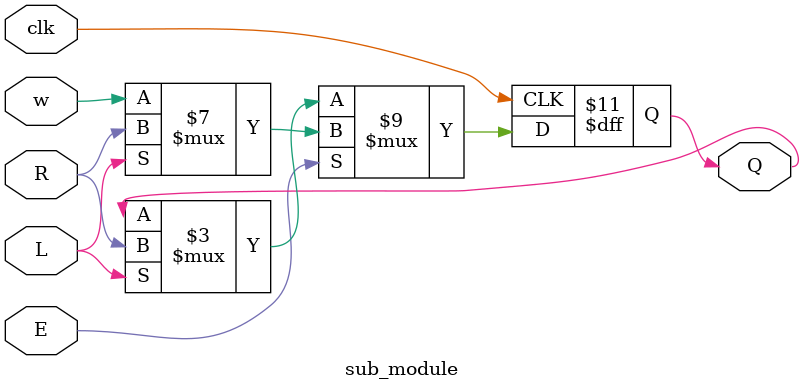
<source format=v>
module top_module (
    input           [3 : 0] SW  ,
    input           [3 : 0] KEY ,
    output          [3 : 0] LEDR
);

    // KEY[0] : clk, KEY[1] : E, KEY[2] : L, KEY[3] : w
    // SW : R
    // Q : LEDR

    sub_module inst0 (
        .clk    (KEY[0] ),
        .w      (KEY[3] ),
        .R      (SW[3]  ),
        .E      (KEY[1] ),
        .L      (KEY[2] ),
        .Q      (LEDR[3])
    );

    sub_module inst1 (
        .clk    (KEY[0] ),
        .w      (LEDR[3]),
        .R      (SW[2]  ),
        .E      (KEY[1] ),
        .L      (KEY[2] ),
        .Q      (LEDR[2])
    );

    sub_module inst2 (
        .clk    (KEY[0] ),
        .w      (LEDR[2]),
        .R      (SW[1]  ),
        .E      (KEY[1] ),
        .L      (KEY[2] ),
        .Q      (LEDR[1])
    );

    sub_module inst3 (
        .clk    (KEY[0] ),
        .w      (LEDR[1]),
        .R      (SW[0]  ),
        .E      (KEY[1] ),
        .L      (KEY[2] ),
        .Q      (LEDR[0])
    );

endmodule

module sub_module (
    input               clk ,
    input               w   ,
    input               R   ,
    input               E   ,
    input               L   ,
    output              Q
);

    always @ (posedge clk) begin
        if (E) begin
            if (L)  Q <= R;
            else    Q <= w;
        end
        else begin
            if (L)  Q <= R;
            else    Q <= Q;
        end
    end
        

endmodule
</source>
